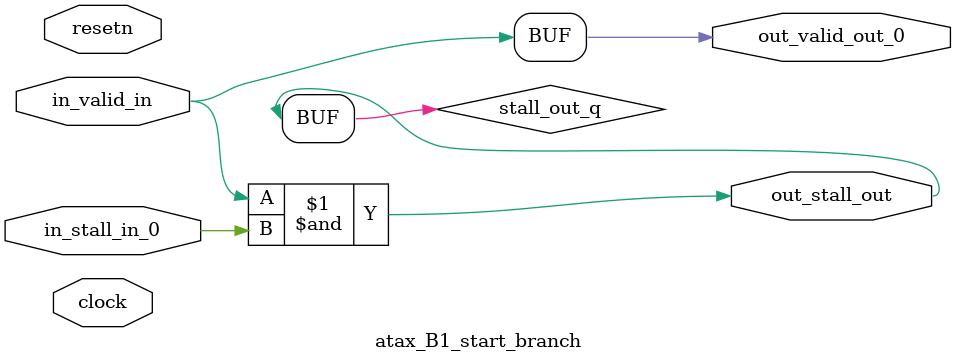
<source format=sv>



(* altera_attribute = "-name AUTO_SHIFT_REGISTER_RECOGNITION OFF; -name MESSAGE_DISABLE 10036; -name MESSAGE_DISABLE 10037; -name MESSAGE_DISABLE 14130; -name MESSAGE_DISABLE 14320; -name MESSAGE_DISABLE 15400; -name MESSAGE_DISABLE 14130; -name MESSAGE_DISABLE 10036; -name MESSAGE_DISABLE 12020; -name MESSAGE_DISABLE 12030; -name MESSAGE_DISABLE 12010; -name MESSAGE_DISABLE 12110; -name MESSAGE_DISABLE 14320; -name MESSAGE_DISABLE 13410; -name MESSAGE_DISABLE 113007; -name MESSAGE_DISABLE 10958" *)
module atax_B1_start_branch (
    input wire [0:0] in_stall_in_0,
    input wire [0:0] in_valid_in,
    output wire [0:0] out_stall_out,
    output wire [0:0] out_valid_out_0,
    input wire clock,
    input wire resetn
    );

    wire [0:0] stall_out_q;


    // stall_out(LOGICAL,6)
    assign stall_out_q = in_valid_in & in_stall_in_0;

    // out_stall_out(GPOUT,4)
    assign out_stall_out = stall_out_q;

    // out_valid_out_0(GPOUT,5)
    assign out_valid_out_0 = in_valid_in;

endmodule

</source>
